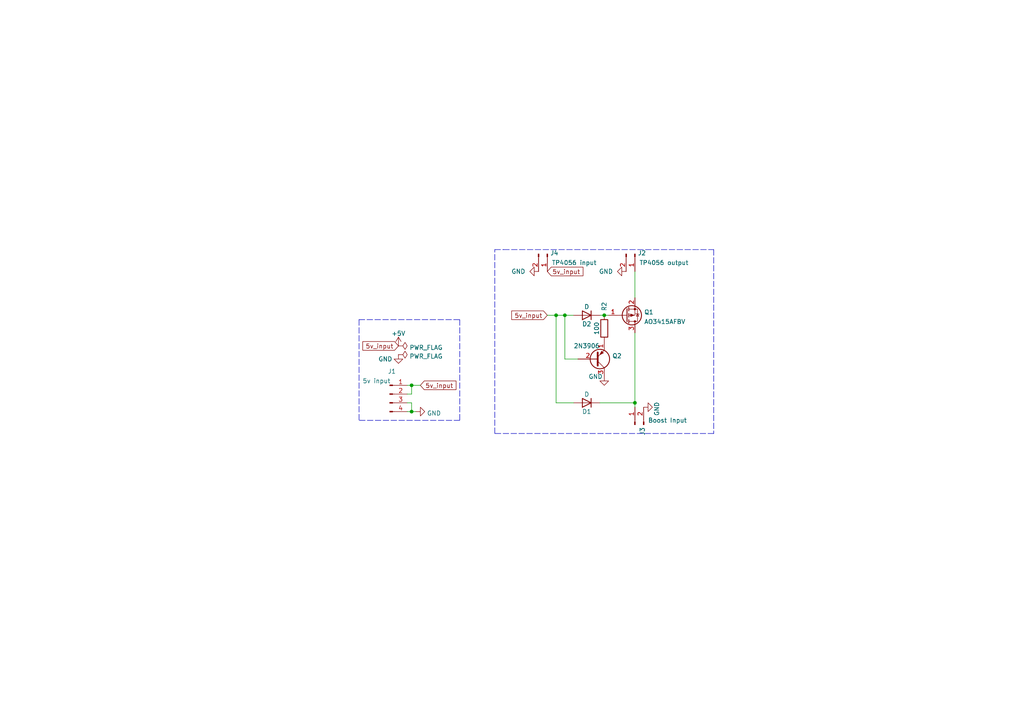
<source format=kicad_sch>
(kicad_sch (version 20211123) (generator eeschema)
  (paper "A4")
  (title_block (title "RPI power supply") (date "2022-02-21") (rev "0.1") (company "Amitesh Singh"))
  (lib_symbols
    (symbol "Connector:Conn_01x02_Male" (pin_names (offset 1.016) hide)
      (property "Reference" "J" (at 0 2.54 0))
      (property "Value" "Conn_01x02_Male" (at 0 -5.08 0))
      (symbol "Conn_01x02_Male_1_1"
        (polyline (pts (xy 1.27 -2.54) (xy 0.8636 -2.54)) (stroke (width 0.1524)))
        (polyline (pts (xy 1.27 0) (xy 0.8636 0)) (stroke (width 0.1524)))
        (rectangle (start 0.8636 -2.413) (end 0 -2.667) (stroke (width 0.1524)) (fill (type outline)))
        (rectangle (start 0.8636 0.127) (end 0 -0.127) (stroke (width 0.1524)) (fill (type outline)))
        (pin passive line (at 5.08 0 180) (length 3.81) (name "Pin_1") (number "1"))
        (pin passive line (at 5.08 -2.54 180) (length 3.81) (name "Pin_2") (number "2"))
      )
    )
    (symbol "Connector:Conn_01x04_Male" (pin_names (offset 1.016) hide)
      (property "Reference" "J" (at 0 5.08 0))
      (property "Value" "Conn_01x04_Male" (at 0 -7.62 0))
      (symbol "Conn_01x04_Male_1_1"
        (polyline (pts (xy 1.27 -5.08) (xy 0.8636 -5.08)) (stroke (width 0.1524)))
        (polyline (pts (xy 1.27 -2.54) (xy 0.8636 -2.54)) (stroke (width 0.1524)))
        (polyline (pts (xy 1.27 0) (xy 0.8636 0)) (stroke (width 0.1524)))
        (polyline (pts (xy 1.27 2.54) (xy 0.8636 2.54)) (stroke (width 0.1524)))
        (rectangle (start 0.8636 -4.953) (end 0 -5.207) (stroke (width 0.1524)) (fill (type outline)))
        (rectangle (start 0.8636 -2.413) (end 0 -2.667) (stroke (width 0.1524)) (fill (type outline)))
        (rectangle (start 0.8636 0.127) (end 0 -0.127) (stroke (width 0.1524)) (fill (type outline)))
        (rectangle (start 0.8636 2.667) (end 0 2.413) (stroke (width 0.1524)) (fill (type outline)))
        (pin passive line (at 5.08 2.54 180) (length 3.81) (name "Pin_1") (number "1"))
        (pin passive line (at 5.08 0 180) (length 3.81) (name "Pin_2") (number "2"))
        (pin passive line (at 5.08 -2.54 180) (length 3.81) (name "Pin_3") (number "3"))
        (pin passive line (at 5.08 -5.08 180) (length 3.81) (name "Pin_4") (number "4"))
      )
    )
    (symbol "Device:D" (pin_numbers hide) (pin_names (offset 1.016) hide)
      (property "Reference" "D" (at 0 2.54 0))
      (property "Value" "D" (at 0 -2.54 0))
      (symbol "D_0_1"
        (polyline (pts (xy -1.27 1.27) (xy -1.27 -1.27)) (stroke (width 0.254)))
        (polyline (pts (xy 1.27 0) (xy -1.27 0)))
        (polyline (pts (xy 1.27 1.27) (xy 1.27 -1.27) (xy -1.27 0) (xy 1.27 1.27)) (stroke (width 0.254)))
      )
      (symbol "D_1_1"
        (pin passive line (at -3.81 0 0) (length 2.54) (name "K") (number "1"))
        (pin passive line (at 3.81 0 180) (length 2.54) (name "A") (number "2"))
      )
    )
    (symbol "Device:R" (pin_numbers hide) (pin_names (offset 0))
      (property "Reference" "R" (at 2.032 0 90))
      (property "Value" "R" (at 0 0 90))
      (symbol "R_0_1"
        (rectangle (start -1.016 -2.54) (end 1.016 2.54) (stroke (width 0.254)))
      )
      (symbol "R_1_1"
        (pin passive line (at 0 3.81 270) (length 1.27) (name "~") (number "1"))
        (pin passive line (at 0 -3.81 90) (length 1.27) (name "~") (number "2"))
      )
    )
    (symbol "Transistor_BJT:2N3906" (pin_names (offset 0) hide)
      (property "Reference" "Q" (at 5.08 1.905 0))
      (property "Value" "2N3906" (at 5.08 0 0))
      (symbol "2N3906_0_1"
        (polyline (pts (xy 0.635 0.635) (xy 2.54 2.54)))
        (polyline (pts (xy 0.635 -0.635) (xy 2.54 -2.54) (xy 2.54 -2.54)))
        (polyline (pts (xy 0.635 1.905) (xy 0.635 -1.905) (xy 0.635 -1.905)) (stroke (width 0.508)))
        (polyline (pts (xy 2.286 -1.778) (xy 1.778 -2.286) (xy 1.27 -1.27) (xy 2.286 -1.778) (xy 2.286 -1.778)) (fill (type outline)))
        (circle (center 1.27 0) (radius 2.8194) (stroke (width 0.254)))
      )
      (symbol "2N3906_1_1"
        (pin passive line (at 2.54 -5.08 90) (length 2.54) (name "E") (number "1"))
        (pin input line (at -5.08 0 0) (length 5.715) (name "B") (number "2"))
        (pin passive line (at 2.54 5.08 270) (length 2.54) (name "C") (number "3"))
      )
    )
    (symbol "Transistor_FET:AO3401A" (pin_names hide)
      (property "Reference" "Q" (at 5.08 1.905 0))
      (property "Value" "AO3401A" (at 5.08 0 0))
      (symbol "AO3401A_0_1"
        (polyline (pts (xy 0.254 0) (xy -2.54 0)))
        (polyline (pts (xy 0.254 1.905) (xy 0.254 -1.905)) (stroke (width 0.254)))
        (polyline (pts (xy 0.762 -1.27) (xy 0.762 -2.286)) (stroke (width 0.254)))
        (polyline (pts (xy 0.762 0.508) (xy 0.762 -0.508)) (stroke (width 0.254)))
        (polyline (pts (xy 0.762 2.286) (xy 0.762 1.27)) (stroke (width 0.254)))
        (polyline (pts (xy 2.54 2.54) (xy 2.54 1.778)))
        (polyline (pts (xy 2.54 -2.54) (xy 2.54 0) (xy 0.762 0)))
        (polyline (pts (xy 0.762 1.778) (xy 3.302 1.778) (xy 3.302 -1.778) (xy 0.762 -1.778)))
        (polyline (pts (xy 2.286 0) (xy 1.27 0.381) (xy 1.27 -0.381) (xy 2.286 0)) (fill (type outline)))
        (polyline (pts (xy 2.794 -0.508) (xy 2.921 -0.381) (xy 3.683 -0.381) (xy 3.81 -0.254)))
        (polyline (pts (xy 3.302 -0.381) (xy 2.921 0.254) (xy 3.683 0.254) (xy 3.302 -0.381)))
        (circle (center 1.651 0) (radius 2.794) (stroke (width 0.254)))
        (circle (center 2.54 -1.778) (radius 0.254) (fill (type outline)))
        (circle (center 2.54 1.778) (radius 0.254) (fill (type outline)))
      )
      (symbol "AO3401A_1_1"
        (pin input line (at -5.08 0 0) (length 2.54) (name "G") (number "1"))
        (pin passive line (at 2.54 -5.08 90) (length 2.54) (name "S") (number "2"))
        (pin passive line (at 2.54 5.08 270) (length 2.54) (name "D") (number "3"))
      )
    )
    (symbol "power:+5V" (power) (pin_names (offset 0))
      (property "Value" "+5V" (at 0 3.556 0))
      (symbol "+5V_0_1"
        (polyline (pts (xy -0.762 1.27) (xy 0 2.54)))
        (polyline (pts (xy 0 0) (xy 0 2.54)))
        (polyline (pts (xy 0 2.54) (xy 0.762 1.27)))
      )
      (symbol "+5V_1_1"
        (pin power_in line (at 0 0 90) (length 0) hide (name "+5V") (number "1"))
      )
    )
    (symbol "power:GND" (power) (pin_names (offset 0))
      (property "Value" "GND" (at 0 -3.81 0))
      (symbol "GND_0_1"
        (polyline (pts (xy 0 0) (xy 0 -1.27) (xy 1.27 -1.27) (xy 0 -2.54) (xy -1.27 -1.27) (xy 0 -1.27)))
      )
      (symbol "GND_1_1"
        (pin power_in line (at 0 0 270) (length 0) hide (name "GND") (number "1"))
      )
    )
    (symbol "power:PWR_FLAG" (power) (pin_numbers hide) (pin_names (offset 0) hide)
      (property "Value" "PWR_FLAG" (at 0 3.81 0))
      (symbol "PWR_FLAG_0_0"
        (pin power_out line (at 0 0 90) (length 0) (name "pwr") (number "1"))
      )
      (symbol "PWR_FLAG_0_1"
        (polyline (pts (xy 0 0) (xy 0 1.27) (xy -1.016 1.905) (xy 0 2.54) (xy 1.016 1.905) (xy 0 1.27)))
      )
    )
  )
  (junction (at 184.15 116.84))
  (junction (at 119.38 119.38))
  (junction (at 163.83 91.44))
  (junction (at 175.26 91.44))
  (junction (at 161.29 91.44))
  (junction (at 119.38 111.76))
  (wire (pts (xy 119.38 116.84) (xy 119.38 119.38)))
  (polyline (pts (xy 207.01 72.39) (xy 207.01 125.73)))
  (wire (pts (xy 161.29 116.84) (xy 166.37 116.84)))
  (wire (pts (xy 163.83 91.44) (xy 166.37 91.44)))
  (wire (pts (xy 118.11 114.3) (xy 119.38 114.3)))
  (wire (pts (xy 118.11 119.38) (xy 119.38 119.38)))
  (wire (pts (xy 119.38 111.76) (xy 121.92 111.76)))
  (polyline (pts (xy 104.14 92.71) (xy 104.14 121.92)))
  (polyline (pts (xy 146.05 72.39) (xy 207.01 72.39)))
  (polyline (pts (xy 133.35 92.71) (xy 133.35 121.92)))
  (wire (pts (xy 184.15 96.52) (xy 184.15 116.84)))
  (wire (pts (xy 118.11 111.76) (xy 119.38 111.76)))
  (wire (pts (xy 119.38 111.76) (xy 119.38 114.3)))
  (wire (pts (xy 119.38 119.38) (xy 120.65 119.38)))
  (wire (pts (xy 173.99 91.44) (xy 175.26 91.44)))
  (wire (pts (xy 163.83 104.14) (xy 167.64 104.14)))
  (wire (pts (xy 161.29 91.44) (xy 161.29 116.84)))
  (polyline (pts (xy 143.51 72.39) (xy 146.05 72.39)))
  (wire (pts (xy 158.75 91.44) (xy 161.29 91.44)))
  (wire (pts (xy 184.15 116.84) (xy 184.15 118.11)))
  (wire (pts (xy 163.83 91.44) (xy 163.83 104.14)))
  (wire (pts (xy 161.29 91.44) (xy 163.83 91.44)))
  (wire (pts (xy 175.26 91.44) (xy 176.53 91.44)))
  (wire (pts (xy 184.15 78.74) (xy 184.15 86.36)))
  (wire (pts (xy 173.99 116.84) (xy 184.15 116.84)))
  (wire (pts (xy 118.11 116.84) (xy 119.38 116.84)))
  (polyline (pts (xy 207.01 125.73) (xy 143.51 125.73)))
  (polyline (pts (xy 104.14 92.71) (xy 133.35 92.71)))
  (polyline (pts (xy 143.51 125.73) (xy 143.51 72.39)))
  (polyline (pts (xy 133.35 121.92) (xy 104.14 121.92)))
  (global_label "5v_input" (shape input) (at 121.92 111.76 0) (property "Intersheet References" "${INTERSHEET_REFS}" (effects hide)))
  (global_label "5v_input" (shape input) (at 158.75 78.74 0) (property "Intersheet References" "${INTERSHEET_REFS}" (effects hide)))
  (global_label "5v_input" (shape input) (at 158.75 91.44 180) (property "Intersheet References" "${INTERSHEET_REFS}" (effects hide)))
  (global_label "5v_input" (shape input) (at 115.57 100.33 180) (property "Intersheet References" "${INTERSHEET_REFS}" (effects hide)))
  (symbol (lib_id "power:GND") (at 181.61 78.74 270) (unit 1)
    (property "Reference" "#PWR0107" (effects hide))
    (property "Value" "GND" (at 177.8 78.74 90) (effects (justify right)))
  )
  (symbol (lib_id "power:GND") (at 186.69 118.11 90) (unit 1)
    (property "Reference" "#PWR0106" (effects hide))
    (property "Value" "GND" (at 190.5 120.65 0) (effects (justify left)))
  )
  (symbol (lib_id "Device:D") (at 170.18 91.44 180) (unit 1)
    (property "Reference" "D2" (at 170.18 93.98 0))
    (property "Value" "D" (at 170.18 88.9786 0))
    (property "Footprint" "Diode_SMD:D_3220_8050Metric_Pad2.65x5.15mm_HandSolder" (effects hide))
  )
  (symbol (lib_id "Transistor_BJT:2N3906") (at 172.72 104.14 0) (mirror x) (unit 1)
    (property "Reference" "Q2" (at 177.5714 103.2315 0) (effects (justify left)))
    (property "Value" "2N3906" (at 166.37 100.33 0) (effects (justify left)))
    (property "Footprint" "Package_TO_SOT_THT:TO-92_HandSolder" (effects hide))
    (property "Datasheet" "https://www.onsemi.com/pub/Collateral/2N3906-D.PDF" (effects hide))
  )
  (symbol (lib_id "power:GND") (at 156.21 78.74 270) (unit 1)
    (property "Reference" "#PWR0108" (effects hide))
    (property "Value" "GND" (at 152.4 78.74 90) (effects (justify right)))
  )
  (symbol (lib_id "power:GND") (at 120.65 119.38 90) (unit 1)
    (property "Reference" "#PWR0104" (effects hide))
    (property "Value" "GND" (at 123.825 119.859 90) (effects (justify right)))
  )
  (symbol (lib_id "Connector:Conn_01x02_Male") (at 184.15 73.66 270) (unit 1)
    (property "Reference" "J2" (at 184.9882 73.3865 90) (effects (justify left)))
    (property "Value" "TP4056 output" (at 185.42 76.2 90) (effects (justify left)))
    (property "Footprint" "MY_ETCHING:PinSocket_1x02_P2.54mm_Vertical_ETCH" (effects hide))
  )
  (symbol (lib_id "Connector:Conn_01x02_Male") (at 184.15 123.19 90) (unit 1)
    (property "Reference" "J3" (at 186.3285 123.9012 0) (effects (justify right)))
    (property "Value" "Boost Input" (at 187.96 121.92 90) (effects (justify right)))
    (property "Footprint" "MY_ETCHING:PinSocket_1x02_P2.54mm_Vertical_ETCH" (effects hide))
  )
  (symbol (lib_id "Device:D") (at 170.18 116.84 180) (unit 1)
    (property "Reference" "D1" (at 170.18 119.38 0))
    (property "Value" "D" (at 170.18 114.3786 0))
    (property "Footprint" "Diode_SMD:D_3220_8050Metric_Pad2.65x5.15mm_HandSolder" (effects hide))
  )
  (symbol (lib_id "power:PWR_FLAG") (at 115.57 100.33 270) (unit 1)
    (property "Reference" "#FLG0101" (effects hide))
    (property "Value" "PWR_FLAG" (at 118.745 100.809 90) (effects (justify left)))
  )
  (symbol (lib_id "power:GND") (at 115.57 102.87 0) (unit 1)
    (property "Reference" "#PWR0103" (effects hide))
    (property "Value" "GND" (at 111.76 104.14 0))
  )
  (symbol (lib_id "power:GND") (at 175.26 109.22 0) (unit 1)
    (property "Reference" "#PWR0105" (effects hide))
    (property "Value" "GND" (at 172.72 109.22 0))
  )
  (symbol (lib_id "Device:R") (at 175.26 95.25 180) (unit 1)
    (property "Reference" "R2" (at 175.26 88.9 90))
    (property "Value" "100" (at 173.0526 95.25 90))
    (property "Footprint" "Resistor_SMD:R_0805_2012Metric_Pad1.20x1.40mm_HandSolder" (effects hide))
  )
  (symbol (lib_id "Transistor_FET:AO3401A") (at 181.61 91.44 0) (mirror x) (unit 1)
    (property "Reference" "Q1" (at 186.817 90.5315 0) (effects (justify left)))
    (property "Value" "AO3415AFBV" (at 186.817 93.3066 0) (effects (justify left)))
    (property "Footprint" "Package_TO_SOT_SMD:SOT-23_Handsoldering" (effects hide))
    (property "Datasheet" "http://www.aosmd.com/pdfs/datasheet/AO3401A.pdf" (effects hide))
  )
  (symbol (lib_id "Connector:Conn_01x02_Male") (at 158.75 73.66 270) (unit 1)
    (property "Reference" "J4" (at 159.5882 73.3865 90) (effects (justify left)))
    (property "Value" "TP4056 input" (at 160.02 76.2 90) (effects (justify left)))
    (property "Footprint" "MY_ETCHING:PinSocket_1x02_P2.54mm_Vertical_ETCH" (effects hide))
  )
  (symbol (lib_id "Connector:Conn_01x04_Male") (at 113.03 114.3 0) (unit 1)
    (property "Reference" "J1" (at 113.665 107.7173 0))
    (property "Value" "5v input" (at 109.22 110.49 0))
    (property "Footprint" "MY_ETCHING:PinHeader_1x04_P2.54mm_Vertical_ETCH" (effects hide))
  )
  (symbol (lib_id "power:+5V") (at 115.57 100.33 0) (unit 1)
    (property "Reference" "#PWR0101" (effects hide))
    (property "Value" "+5V" (at 115.57 96.7255 0))
  )
  (symbol (lib_id "power:PWR_FLAG") (at 115.57 102.87 270) (unit 1)
    (property "Reference" "#FLG0102" (effects hide))
    (property "Value" "PWR_FLAG" (at 118.745 103.349 90) (effects (justify left)))
  )
)
</source>
